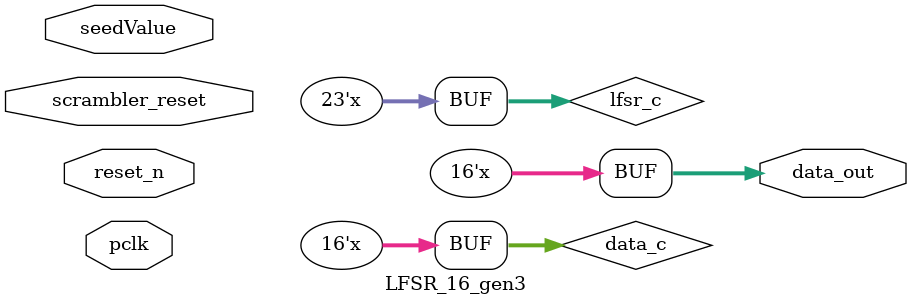
<source format=v>
module LFSR_16_gen3(seedValue, scrambler_reset, reset_n, pclk, data_out);

  input [23:0] seedValue;
  input scrambler_reset, reset_n, pclk;
  
  output wire [15:0] data_out;

  reg [22:0] lfsr_q,lfsr_c;
  reg [15:0] data_c;

  always @(*) begin

    if(scrambler_reset)
       lfsr_q <= seedValue;

    lfsr_c[0] =  lfsr_q[7] ^   lfsr_q[9] ^ lfsr_q[11] ^ lfsr_q[13] ^ lfsr_q[14] ^ lfsr_q[15] ^ lfsr_q[17] ^ lfsr_q[18] ^ lfsr_q[19];
    lfsr_c[1] =  lfsr_q[8] ^  lfsr_q[10] ^ lfsr_q[12] ^ lfsr_q[14] ^ lfsr_q[15] ^ lfsr_q[16] ^ lfsr_q[18] ^ lfsr_q[19] ^ lfsr_q[20];
    lfsr_c[2] =  lfsr_q[7] ^  lfsr_q[14] ^ lfsr_q[16] ^ lfsr_q[18] ^ lfsr_q[20] ^ lfsr_q[21];
    lfsr_c[3] =  lfsr_q[8] ^  lfsr_q[15] ^ lfsr_q[17] ^ lfsr_q[19] ^ lfsr_q[21] ^ lfsr_q[22];
    lfsr_c[4] =  lfsr_q[9] ^  lfsr_q[16] ^ lfsr_q[18] ^ lfsr_q[20] ^ lfsr_q[22];
    lfsr_c[5] =  lfsr_q[7] ^   lfsr_q[9] ^ lfsr_q[10] ^ lfsr_q[11] ^ lfsr_q[13] ^ lfsr_q[14] ^ lfsr_q[15] ^ lfsr_q[18] ^ lfsr_q[21];
    lfsr_c[6] =  lfsr_q[8] ^  lfsr_q[10] ^ lfsr_q[11] ^ lfsr_q[12] ^ lfsr_q[14] ^ lfsr_q[15] ^ lfsr_q[16] ^ lfsr_q[19] ^ lfsr_q[22];
    lfsr_c[7] =  lfsr_q[9] ^  lfsr_q[11] ^ lfsr_q[12] ^ lfsr_q[13] ^ lfsr_q[15] ^ lfsr_q[16] ^ lfsr_q[17] ^ lfsr_q[20];
    lfsr_c[8] =  lfsr_q[7] ^   lfsr_q[9] ^ lfsr_q[10] ^ lfsr_q[11] ^ lfsr_q[12] ^ lfsr_q[15] ^ lfsr_q[16] ^ lfsr_q[19] ^ lfsr_q[21];
    lfsr_c[9] =  lfsr_q[8] ^  lfsr_q[10] ^ lfsr_q[11] ^ lfsr_q[12] ^ lfsr_q[13] ^ lfsr_q[16] ^ lfsr_q[17] ^ lfsr_q[20] ^ lfsr_q[22];
    lfsr_c[10] = lfsr_q[9] ^  lfsr_q[11] ^ lfsr_q[12] ^ lfsr_q[13] ^ lfsr_q[14] ^ lfsr_q[17] ^ lfsr_q[18] ^ lfsr_q[21];
    lfsr_c[11] = lfsr_q[10] ^ lfsr_q[12] ^ lfsr_q[13] ^ lfsr_q[14] ^ lfsr_q[15] ^ lfsr_q[18] ^ lfsr_q[19] ^ lfsr_q[22];
    lfsr_c[12] = lfsr_q[11] ^ lfsr_q[13] ^ lfsr_q[14] ^ lfsr_q[15] ^ lfsr_q[16] ^ lfsr_q[19] ^ lfsr_q[20];
    lfsr_c[13] = lfsr_q[12] ^ lfsr_q[14] ^ lfsr_q[15] ^ lfsr_q[16] ^ lfsr_q[17] ^ lfsr_q[20] ^ lfsr_q[21];
    lfsr_c[14] = lfsr_q[13] ^ lfsr_q[15] ^ lfsr_q[16] ^ lfsr_q[17] ^ lfsr_q[18] ^ lfsr_q[21] ^ lfsr_q[22];
    lfsr_c[15] = lfsr_q[14] ^ lfsr_q[16] ^ lfsr_q[17] ^ lfsr_q[18] ^ lfsr_q[19] ^ lfsr_q[22];
    lfsr_c[16] = lfsr_q[0] ^   lfsr_q[7] ^  lfsr_q[9] ^ lfsr_q[11] ^ lfsr_q[13] ^ lfsr_q[14] ^ lfsr_q[20];
    lfsr_c[17] = lfsr_q[1] ^   lfsr_q[8] ^ lfsr_q[10] ^ lfsr_q[12] ^ lfsr_q[14] ^ lfsr_q[15] ^ lfsr_q[21];
    lfsr_c[18] = lfsr_q[2] ^   lfsr_q[9] ^ lfsr_q[11] ^ lfsr_q[13] ^ lfsr_q[15] ^ lfsr_q[16] ^ lfsr_q[22];
    lfsr_c[19] = lfsr_q[3] ^  lfsr_q[10] ^ lfsr_q[12] ^ lfsr_q[14] ^ lfsr_q[16] ^ lfsr_q[17];
    lfsr_c[20] = lfsr_q[4] ^  lfsr_q[11] ^ lfsr_q[13] ^ lfsr_q[15] ^ lfsr_q[17] ^ lfsr_q[18];
    lfsr_c[21] = lfsr_q[5] ^   lfsr_q[7] ^  lfsr_q[9] ^ lfsr_q[11] ^ lfsr_q[12] ^ lfsr_q[13] ^ lfsr_q[15] ^ lfsr_q[16] ^ lfsr_q[17];
    lfsr_c[22] = lfsr_q[6] ^   lfsr_q[8] ^ lfsr_q[10] ^ lfsr_q[12] ^ lfsr_q[13] ^ lfsr_q[14] ^ lfsr_q[16] ^ lfsr_q[17] ^ lfsr_q[18];

    data_c[0] =  lfsr_q[22];
    data_c[1] =  lfsr_q[21];
    data_c[2] =  lfsr_q[20] ^ lfsr_q[22];
    data_c[3] =  lfsr_q[19] ^ lfsr_q[21];
    data_c[4] =  lfsr_q[18] ^ lfsr_q[20] ^ lfsr_q[22];
    data_c[5] =  lfsr_q[17] ^ lfsr_q[19] ^ lfsr_q[21];
    data_c[6] =  lfsr_q[16] ^ lfsr_q[18] ^ lfsr_q[20] ^ lfsr_q[22];
    data_c[7] =  lfsr_q[15] ^ lfsr_q[17] ^ lfsr_q[19] ^ lfsr_q[21] ^ lfsr_q[22];
    data_c[8] =  lfsr_q[14] ^ lfsr_q[16] ^ lfsr_q[18] ^ lfsr_q[20] ^ lfsr_q[21] ^ lfsr_q[22];
    data_c[9] =  lfsr_q[13] ^ lfsr_q[15] ^ lfsr_q[17] ^ lfsr_q[19] ^ lfsr_q[20] ^ lfsr_q[21];
    data_c[10] = lfsr_q[12] ^ lfsr_q[14] ^ lfsr_q[16] ^ lfsr_q[18] ^ lfsr_q[19] ^ lfsr_q[20] ^ lfsr_q[22];
    data_c[11] = lfsr_q[11] ^ lfsr_q[13] ^ lfsr_q[15] ^ lfsr_q[17] ^ lfsr_q[18] ^ lfsr_q[19] ^ lfsr_q[21] ^ lfsr_q[22];
    data_c[12] = lfsr_q[10] ^ lfsr_q[12] ^ lfsr_q[14] ^ lfsr_q[16] ^ lfsr_q[17] ^ lfsr_q[18] ^ lfsr_q[20] ^ lfsr_q[21] ^ lfsr_q[22];
    data_c[13] =  lfsr_q[9] ^ lfsr_q[11] ^ lfsr_q[13] ^ lfsr_q[15] ^ lfsr_q[16] ^ lfsr_q[17] ^ lfsr_q[19] ^ lfsr_q[20] ^ lfsr_q[21];
    data_c[14] =  lfsr_q[8] ^ lfsr_q[10] ^ lfsr_q[12] ^ lfsr_q[14] ^ lfsr_q[15] ^ lfsr_q[16] ^ lfsr_q[18] ^ lfsr_q[19] ^ lfsr_q[20];
    data_c[15] =  lfsr_q[7] ^  lfsr_q[9] ^ lfsr_q[11] ^ lfsr_q[13] ^ lfsr_q[14] ^ lfsr_q[15] ^ lfsr_q[17] ^ lfsr_q[18] ^ lfsr_q[19];
  end

  always @(posedge pclk or negedge reset_n) begin

    if(~reset_n) 
      lfsr_q <= seedValue; 
    else
      lfsr_q <= lfsr_c ;

  end

  assign data_out = data_c;

endmodule

</source>
